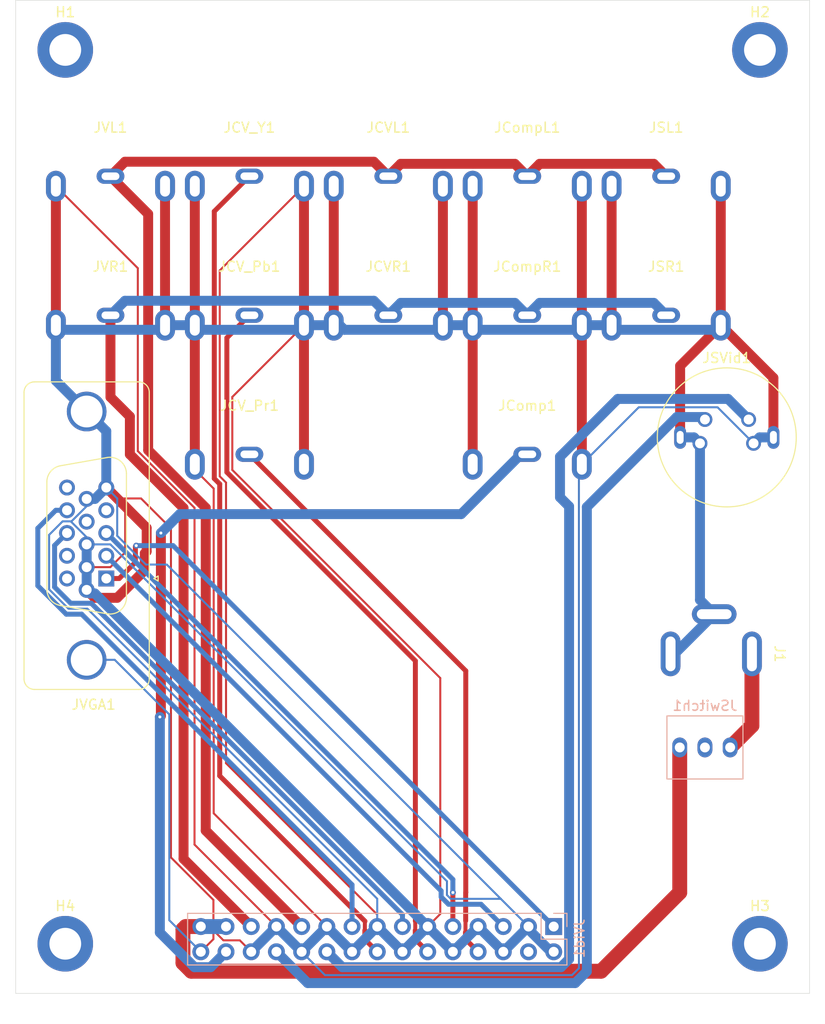
<source format=kicad_pcb>
(kicad_pcb (version 20240108) (generator "pcbnew") (generator_version "8.0")
  (layers (0 "F.Cu" signal) (31 "B.Cu" signal) (34 "B.Paste" user) (35 "F.Paste" user) (36 "B.SilkS" user "B.Silkscreen") (37 "F.SilkS" user "F.Silkscreen") (38 "B.Mask" user) (39 "F.Mask" user) (44 "Edge.Cuts" user))
  (net 0 "")
  (net 1 "Net-(JSwitch1-Pin_1)")
  (net 2 "GND")
  (net 3 "Net-(JCVL1-In)")
  (net 4 "Net-(JComp1-In)")
  (net 5 "Net-(JCVR1-In)")
  (net 6 "Net-(JCV_Pb1-In)")
  (net 7 "Net-(JCV_Pr1-In)")
  (net 8 "Net-(JCV_Y1-In)")
  (net 9 "Net-(JVid1-Pin_24)")
  (net 10 "Net-(JVid1-Pin_20)")
  (net 12 "+5V")
  (net 13 "Net-(JVid1-Pin_13)")
  (net 16 "Net-(JVid1-Pin_17)")
  (net 19 "Net-(JVid1-Pin_9)")
  (net 20 "Net-(JVid1-Pin_1)")
  (net 21 "Net-(JVid1-Pin_5)")
  (footprint "CheshBits:Vertical RCA (Altronics)" (layer "F.Cu") (at 79.19 45.43)
    (property "Reference" "JCV_Pb1" (at 0 -0.5 0) (layer "F.SilkS"))
    (property "Value" "RCA")
    (pad "1" thru_hole oval (at 0 4.4) (size 2.8 1.524) (drill oval 1.8 0.762) (layers "*.Cu" "*.Mask") (net 6 "Net-(JCV_Pb1-In)"))
    (pad "2" thru_hole oval (at -5.5 5.4) (size 2 3.1) (drill oval 1 2.1) (layers "*.Cu" "*.Mask") (net 2 "GND"))
    (pad "2" thru_hole oval (at 5.5 5.4) (size 2 3.1) (drill oval 1 2.1) (layers "*.Cu" "*.Mask") (net 2 "GND"))
  )
  (footprint "CheshBits:Vertical RCA (Altronics)" (layer "F.Cu") (at 107.19 59.43)
    (property "Reference" "JComp1" (at 0 -0.5 0) (layer "F.SilkS"))
    (property "Value" "RCA")
    (pad "1" thru_hole oval (at 0 4.4) (size 2.8 1.524) (drill oval 1.8 0.762) (layers "*.Cu" "*.Mask") (net 4 "Net-(JComp1-In)"))
    (pad "2" thru_hole oval (at -5.5 5.4) (size 2 3.1) (drill oval 1 2.1) (layers "*.Cu" "*.Mask") (net 2 "GND"))
    (pad "2" thru_hole oval (at 5.5 5.4) (size 2 3.1) (drill oval 1 2.1) (layers "*.Cu" "*.Mask") (net 2 "GND"))
  )
  (footprint "CheshBits:Vertical RCA (Altronics)" (layer "F.Cu") (at 65.19 45.43)
    (property "Reference" "JVR1" (at 0 -0.5 0) (layer "F.SilkS"))
    (property "Value" "RCA")
    (pad "1" thru_hole oval (at 0 4.4) (size 2.8 1.524) (drill oval 1.8 0.762) (layers "*.Cu" "*.Mask") (net 5 "Net-(JCVR1-In)"))
    (pad "2" thru_hole oval (at -5.5 5.4) (size 2 3.1) (drill oval 1 2.1) (layers "*.Cu" "*.Mask") (net 2 "GND"))
    (pad "2" thru_hole oval (at 5.5 5.4) (size 2 3.1) (drill oval 1 2.1) (layers "*.Cu" "*.Mask") (net 2 "GND"))
  )
  (footprint "MountingHole:MountingHole_3.2mm_M3_DIN965_Pad" (layer "F.Cu") (at 60.636 113.11)
    (property "Reference" "H4" (at 0 -3.8 0) (layer "F.SilkS"))
    (property "Value" "MountingHole_M3")
    (pad "1" thru_hole circle (at 0 0) (size 5.6 5.6) (drill 3.2) (layers "*.Cu" "*.Mask"))
  )
  (footprint "CheshBits:Vertical RCA (Altronics)" (layer "F.Cu") (at 79.19 59.43)
    (property "Reference" "JCV_Pr1" (at 0 -0.5 0) (layer "F.SilkS"))
    (property "Value" "RCA")
    (pad "1" thru_hole oval (at 0 4.4) (size 2.8 1.524) (drill oval 1.8 0.762) (layers "*.Cu" "*.Mask") (net 7 "Net-(JCV_Pr1-In)"))
    (pad "2" thru_hole oval (at -5.5 5.4) (size 2 3.1) (drill oval 1 2.1) (layers "*.Cu" "*.Mask") (net 2 "GND"))
    (pad "2" thru_hole oval (at 5.5 5.4) (size 2 3.1) (drill oval 1 2.1) (layers "*.Cu" "*.Mask") (net 2 "GND"))
  )
  (footprint "MountingHole:MountingHole_3.2mm_M3_DIN965_Pad" (layer "F.Cu") (at 130.636 23.11)
    (property "Reference" "H2" (at 0 -3.8 0) (layer "F.SilkS"))
    (property "Value" "MountingHole_M3")
    (pad "1" thru_hole circle (at 0 0) (size 5.6 5.6) (drill 3.2) (layers "*.Cu" "*.Mask"))
  )
  (footprint "CheshBits:Vertical RCA (Altronics)" (layer "F.Cu") (at 93.19 45.43)
    (property "Reference" "JCVR1" (at 0 -0.5 0) (layer "F.SilkS"))
    (property "Value" "RCA")
    (pad "1" thru_hole oval (at 0 4.4) (size 2.8 1.524) (drill oval 1.8 0.762) (layers "*.Cu" "*.Mask") (net 5 "Net-(JCVR1-In)"))
    (pad "2" thru_hole oval (at -5.5 5.4) (size 2 3.1) (drill oval 1 2.1) (layers "*.Cu" "*.Mask") (net 2 "GND"))
    (pad "2" thru_hole oval (at 5.5 5.4) (size 2 3.1) (drill oval 1 2.1) (layers "*.Cu" "*.Mask") (net 2 "GND"))
  )
  (footprint "CheshBits:Mini DIN 4 (Vertical)" (layer "F.Cu") (at 127.295 62.125)
    (property "Reference" "JSVid1" (at 0 -8 0) (layer "F.SilkS"))
    (property "Value" "Mini-DIN-4")
    (fp_circle (center 0 0) (end 7 0) (stroke (width 0.12)) (fill none) (layer "F.SilkS"))
    (pad "1" thru_hole circle (at 2.7 0.6) (size 1.5 1.5) (drill 1) (layers "*.Cu" "*.Mask") (net 2 "GND"))
    (pad "2" thru_hole circle (at -2.7 0.6) (size 1.5 1.5) (drill 1) (layers "*.Cu" "*.Mask") (net 2 "GND"))
    (pad "3" thru_hole circle (at 2.2 -1.8) (size 1.5 1.5) (drill 1) (layers "*.Cu" "*.Mask") (net 10 "Net-(JVid1-Pin_20)"))
    (pad "4" thru_hole circle (at -2.2 -1.8) (size 1.5 1.5) (drill 1) (layers "*.Cu" "*.Mask") (net 9 "Net-(JVid1-Pin_24)"))
    (pad "M" thru_hole oval (at -4.7 0) (size 1.2 2.3) (drill oval 0.7 1.3) (layers "*.Cu" "*.Mask") (net 2 "GND"))
    (pad "M" thru_hole oval (at 4.7 0) (size 1.2 2.3) (drill oval 0.7 1.3) (layers "*.Cu" "*.Mask") (net 2 "GND"))
  )
  (footprint "CheshBits:Vertical RCA (Altronics)" (layer "F.Cu") (at 121.19 45.43)
    (property "Reference" "JSR1" (at 0 -0.5 0) (layer "F.SilkS"))
    (property "Value" "RCA")
    (pad "1" thru_hole oval (at 0 4.4) (size 2.8 1.524) (drill oval 1.8 0.762) (layers "*.Cu" "*.Mask") (net 5 "Net-(JCVR1-In)"))
    (pad "2" thru_hole oval (at -5.5 5.4) (size 2 3.1) (drill oval 1 2.1) (layers "*.Cu" "*.Mask") (net 2 "GND"))
    (pad "2" thru_hole oval (at 5.5 5.4) (size 2 3.1) (drill oval 1 2.1) (layers "*.Cu" "*.Mask") (net 2 "GND"))
  )
  (footprint "CheshBits:Vertical RCA (Altronics)" (layer "F.Cu") (at 79.19 31.43)
    (property "Reference" "JCV_Y1" (at 0 -0.5 0) (layer "F.SilkS"))
    (property "Value" "RCA")
    (pad "1" thru_hole oval (at 0 4.4) (size 2.8 1.524) (drill oval 1.8 0.762) (layers "*.Cu" "*.Mask") (net 8 "Net-(JCV_Y1-In)"))
    (pad "2" thru_hole oval (at -5.5 5.4) (size 2 3.1) (drill oval 1 2.1) (layers "*.Cu" "*.Mask") (net 2 "GND"))
    (pad "2" thru_hole oval (at 5.5 5.4) (size 2 3.1) (drill oval 1 2.1) (layers "*.Cu" "*.Mask") (net 2 "GND"))
  )
  (footprint "CheshBits:Vertical RCA (Altronics)" (layer "F.Cu") (at 93.19 31.43)
    (property "Reference" "JCVL1" (at 0 -0.5 0) (layer "F.SilkS"))
    (property "Value" "RCA")
    (pad "1" thru_hole oval (at 0 4.4) (size 2.8 1.524) (drill oval 1.8 0.762) (layers "*.Cu" "*.Mask") (net 3 "Net-(JCVL1-In)"))
    (pad "2" thru_hole oval (at -5.5 5.4) (size 2 3.1) (drill oval 1 2.1) (layers "*.Cu" "*.Mask") (net 2 "GND"))
    (pad "2" thru_hole oval (at 5.5 5.4) (size 2 3.1) (drill oval 1 2.1) (layers "*.Cu" "*.Mask") (net 2 "GND"))
  )
  (footprint "CheshBits:Vertical RCA (Altronics)" (layer "F.Cu") (at 121.19 31.43)
    (property "Reference" "JSL1" (at 0 -0.5 0) (layer "F.SilkS"))
    (property "Value" "RCA")
    (pad "1" thru_hole oval (at 0 4.4) (size 2.8 1.524) (drill oval 1.8 0.762) (layers "*.Cu" "*.Mask") (net 3 "Net-(JCVL1-In)"))
    (pad "2" thru_hole oval (at -5.5 5.4) (size 2 3.1) (drill oval 1 2.1) (layers "*.Cu" "*.Mask") (net 2 "GND"))
    (pad "2" thru_hole oval (at 5.5 5.4) (size 2 3.1) (drill oval 1 2.1) (layers "*.Cu" "*.Mask") (net 2 "GND"))
  )
  (footprint "MountingHole:MountingHole_3.2mm_M3_DIN965_Pad" (layer "F.Cu") (at 60.636 23.11)
    (property "Reference" "H1" (at 0 -3.8 0) (layer "F.SilkS"))
    (property "Value" "MountingHole_M3")
    (pad "1" thru_hole circle (at 0 0) (size 5.6 5.6) (drill 3.2) (layers "*.Cu" "*.Mask"))
  )
  (footprint "CheshBits:Vertical RCA (Altronics)" (layer "F.Cu") (at 107.19 45.43)
    (property "Reference" "JCompR1" (at 0 -0.5 0) (layer "F.SilkS"))
    (property "Value" "RCA")
    (pad "1" thru_hole oval (at 0 4.4) (size 2.8 1.524) (drill oval 1.8 0.762) (layers "*.Cu" "*.Mask") (net 5 "Net-(JCVR1-In)"))
    (pad "2" thru_hole oval (at -5.5 5.4) (size 2 3.1) (drill oval 1 2.1) (layers "*.Cu" "*.Mask") (net 2 "GND"))
    (pad "2" thru_hole oval (at 5.5 5.4) (size 2 3.1) (drill oval 1 2.1) (layers "*.Cu" "*.Mask") (net 2 "GND"))
  )
  (footprint "MountingHole:MountingHole_3.2mm_M3_DIN965_Pad" (layer "F.Cu") (at 130.636 113.11)
    (property "Reference" "H3" (at 0 -3.8 0) (layer "F.SilkS"))
    (property "Value" "MountingHole_M3")
    (pad "1" thru_hole circle (at 0 0) (size 5.6 5.6) (drill 3.2) (layers "*.Cu" "*.Mask"))
  )
  (footprint "CheshBits:2.1mm Socket (Vertical)" (layer "F.Cu") (at 126.03 83.925 -90)
    (property "Reference" "J1" (at 0 -6.6 -90) (layer "F.SilkS"))
    (property "Value" "Barrel_Jack_Switch")
    (pad "1" thru_hole oval (at 0 -3.8) (size 2 4.5) (drill oval 1 3.5) (layers "*.Cu" "*.Mask") (net 1 "Net-(JSwitch1-Pin_1)"))
    (pad "2" thru_hole oval (at -4 0 90) (size 2 4.5) (drill oval 1 3.5) (layers "*.Cu" "*.Mask") (net 2 "GND"))
    (pad "3" thru_hole oval (at 0 4.4) (size 2 4.5) (drill oval 1 3.5) (layers "*.Cu" "*.Mask") (net 2 "GND"))
  )
  (footprint "CheshBits:PinHeader_2x15_P2.54mm_Horizontal_Reverse" (layer "F.Cu") (at 109.855 111.379 -90)
    (property "Reference" "JVid1" (at 1.2 -2.6 90) (layer "B.SilkS") (effects (justify mirror)))
    (property "Value" "Conn_02x15_Odd_Even")
    (fp_line (start -1.33 36.89) (end 3.87 36.89) (stroke (width 0.12)) (layer "B.SilkS"))
    (fp_line (start -1.33 1.27) (end -1.33 36.89) (stroke (width 0.12)) (layer "B.SilkS"))
    (fp_line (start -1.33 1.27) (end 1.27 1.27) (stroke (width 0.12)) (layer "B.SilkS"))
    (fp_line (start 1.27 1.27) (end 1.27 -1.33) (stroke (width 0.12)) (layer "B.SilkS"))
    (fp_line (start -1.33 0) (end -1.33 -1.33) (stroke (width 0.12)) (layer "B.SilkS"))
    (fp_line (start -1.33 -1.33) (end 0 -1.33) (stroke (width 0.12)) (layer "B.SilkS"))
    (fp_line (start 1.27 -1.33) (end 3.87 -1.33) (stroke (width 0.12)) (layer "B.SilkS"))
    (fp_line (start 3.87 -1.33) (end 3.87 36.89) (stroke (width 0.12)) (layer "B.SilkS"))
    (pad "1" thru_hole rect (at 0 0 270) (size 1.7 1.7) (drill 1) (layers "*.Cu" "*.Mask") (net 20 "Net-(JVid1-Pin_1)"))
    (pad "2" thru_hole oval (at 2.54 0 270) (size 1.7 1.7) (drill 1) (layers "*.Cu" "*.Mask") (net 2 "GND"))
    (pad "3" thru_hole oval (at 0 2.54 270) (size 1.7 1.7) (drill 1) (layers "*.Cu" "*.Mask") (net 2 "GND"))
    (pad "4" thru_hole oval (at 2.54 2.54 270) (size 1.7 1.7) (drill 1) (layers "*.Cu" "*.Mask"))
    (pad "5" thru_hole oval (at 0 5.08 270) (size 1.7 1.7) (drill 1) (layers "*.Cu" "*.Mask") (net 21 "Net-(JVid1-Pin_5)"))
    (pad "6" thru_hole oval (at 2.54 5.08 270) (size 1.7 1.7) (drill 1) (layers "*.Cu" "*.Mask") (net 2 "GND"))
    (pad "7" thru_hole oval (at 0 7.62 270) (size 1.7 1.7) (drill 1) (layers "*.Cu" "*.Mask") (net 2 "GND"))
    (pad "8" thru_hole oval (at 2.54 7.62 270) (size 1.7 1.7) (drill 1) (layers "*.Cu" "*.Mask") (net 7 "Net-(JCV_Pr1-In)"))
    (pad "9" thru_hole oval (at 0 10.16 270) (size 1.7 1.7) (drill 1) (layers "*.Cu" "*.Mask") (net 19 "Net-(JVid1-Pin_9)"))
    (pad "10" thru_hole oval (at 2.54 10.16 270) (size 1.7 1.7) (drill 1) (layers "*.Cu" "*.Mask") (net 2 "GND"))
    (pad "11" thru_hole oval (at 0 12.7 270) (size 1.7 1.7) (drill 1) (layers "*.Cu" "*.Mask") (net 2 "GND"))
    (pad "12" thru_hole oval (at 2.54 12.7 270) (size 1.7 1.7) (drill 1) (layers "*.Cu" "*.Mask") (net 6 "Net-(JCV_Pb1-In)"))
    (pad "13" thru_hole oval (at 0 15.24 270) (size 1.7 1.7) (drill 1) (layers "*.Cu" "*.Mask") (net 13 "Net-(JVid1-Pin_13)"))
    (pad "14" thru_hole oval (at 2.54 15.24 270) (size 1.7 1.7) (drill 1) (layers "*.Cu" "*.Mask") (net 2 "GND"))
    (pad "15" thru_hole oval (at 0 17.78 270) (size 1.7 1.7) (drill 1) (layers "*.Cu" "*.Mask") (net 2 "GND"))
    (pad "16" thru_hole oval (at 2.54 17.78 270) (size 1.7 1.7) (drill 1) (layers "*.Cu" "*.Mask") (net 8 "Net-(JCV_Y1-In)"))
    (pad "17" thru_hole oval (at 0 20.32 270) (size 1.7 1.7) (drill 1) (layers "*.Cu" "*.Mask") (net 16 "Net-(JVid1-Pin_17)"))
    (pad "18" thru_hole oval (at 2.54 20.32 270) (size 1.7 1.7) (drill 1) (layers "*.Cu" "*.Mask") (net 2 "GND"))
    (pad "19" thru_hole oval (at 0 22.86 270) (size 1.7 1.7) (drill 1) (layers "*.Cu" "*.Mask") (net 2 "GND"))
    (pad "20" thru_hole oval (at 2.54 22.86 270) (size 1.7 1.7) (drill 1) (layers "*.Cu" "*.Mask") (net 10 "Net-(JVid1-Pin_20)"))
    (pad "21" thru_hole oval (at 0 25.4 270) (size 1.7 1.7) (drill 1) (layers "*.Cu" "*.Mask") (net 3 "Net-(JCVL1-In)"))
    (pad "22" thru_hole oval (at 2.54 25.4 270) (size 1.7 1.7) (drill 1) (layers "*.Cu" "*.Mask") (net 2 "GND"))
    (pad "23" thru_hole oval (at 0 27.94 270) (size 1.7 1.7) (drill 1) (layers "*.Cu" "*.Mask") (net 2 "GND"))
    (pad "24" thru_hole oval (at 2.54 27.94 270) (size 1.7 1.7) (drill 1) (layers "*.Cu" "*.Mask") (net 9 "Net-(JVid1-Pin_24)"))
    (pad "25" thru_hole oval (at 0 30.48 270) (size 1.7 1.7) (drill 1) (layers "*.Cu" "*.Mask") (net 5 "Net-(JCVR1-In)"))
    (pad "26" thru_hole oval (at 2.54 30.48 270) (size 1.7 1.7) (drill 1) (layers "*.Cu" "*.Mask") (net 2 "GND"))
    (pad "27" thru_hole oval (at 0 33.02 270) (size 1.7 1.7) (drill 1) (layers "*.Cu" "*.Mask") (net 12 "+5V"))
    (pad "28" thru_hole oval (at 2.54 33.02 270) (size 1.7 1.7) (drill 1) (layers "*.Cu" "*.Mask") (net 4 "Net-(JComp1-In)"))
    (pad "29" thru_hole oval (at 0 35.56 270) (size 1.7 1.7) (drill 1) (layers "*.Cu" "*.Mask") (net 12 "+5V"))
    (pad "30" thru_hole oval (at 2.54 35.56 270) (size 1.7 1.7) (drill 1) (layers "*.Cu" "*.Mask") (net 2 "GND"))
  )
  (footprint "CheshBits:Vertical RCA (Altronics)" (layer "F.Cu") (at 107.19 31.43)
    (property "Reference" "JCompL1" (at 0 -0.5 0) (layer "F.SilkS"))
    (property "Value" "RCA")
    (pad "1" thru_hole oval (at 0 4.4) (size 2.8 1.524) (drill oval 1.8 0.762) (layers "*.Cu" "*.Mask") (net 3 "Net-(JCVL1-In)"))
    (pad "2" thru_hole oval (at -5.5 5.4) (size 2 3.1) (drill oval 1 2.1) (layers "*.Cu" "*.Mask") (net 2 "GND"))
    (pad "2" thru_hole oval (at 5.5 5.4) (size 2 3.1) (drill oval 1 2.1) (layers "*.Cu" "*.Mask") (net 2 "GND"))
  )
  (footprint "CheshBits:Vertical RCA (Altronics)" (layer "F.Cu") (at 65.19 31.43)
    (property "Reference" "JVL1" (at 0 -0.5 0) (layer "F.SilkS"))
    (property "Value" "RCA")
    (pad "1" thru_hole oval (at 0 4.4) (size 2.8 1.524) (drill oval 1.8 0.762) (layers "*.Cu" "*.Mask") (net 3 "Net-(JCVL1-In)"))
    (pad "2" thru_hole oval (at -5.5 5.4) (size 2 3.1) (drill oval 1 2.1) (layers "*.Cu" "*.Mask") (net 2 "GND"))
    (pad "2" thru_hole oval (at 5.5 5.4) (size 2 3.1) (drill oval 1 2.1) (layers "*.Cu" "*.Mask") (net 2 "GND"))
  )
  (footprint "Connector_Dsub:DSUB-15-HD_Female_Vertical_P2.29x1.98mm_MountingHoles" (layer "F.Cu") (at 64.77 76.335 -90)
    (property "Reference" "JVGA1" (at 12.7 1.27 360) (layer "F.SilkS"))
    (property "Value" "DB15_Female_HighDensity_MountingHoles")
    (fp_line (start 10.11 8.29) (end -18.74 8.29) (stroke (width 0.12)) (layer "F.SilkS"))
    (fp_line (start -19.8 7.23) (end -19.8 -3.27) (stroke (width 0.12)) (layer "F.SilkS"))
    (fp_line (start -9.717952 5.99) (end 1.087952 5.99) (stroke (width 0.12)) (layer "F.SilkS"))
    (fp_line (start -12.18147 -0.081744) (end -11.352733 4.618256) (stroke (width 0.12)) (layer "F.SilkS"))
    (fp_line (start 3.55147 -0.081744) (end 2.722733 4.618256) (stroke (width 0.12)) (layer "F.SilkS"))
    (fp_line (start -10.546689 -2.03) (end 1.916689 -2.03) (stroke (width 0.12)) (layer "F.SilkS"))
    (fp_line (start 11.17 -3.27) (end 11.17 7.23) (stroke (width 0.12)) (layer "F.SilkS"))
    (fp_line (start -18.74 -4.33) (end 10.11 -4.33) (stroke (width 0.12)) (layer "F.SilkS"))
    (fp_line (start 0 -4.791325) (end -0.25 -5.224338) (stroke (width 0.12)) (layer "F.SilkS"))
    (fp_line (start -0.25 -5.224338) (end 0.25 -5.224338) (stroke (width 0.12)) (layer "F.SilkS"))
    (fp_line (start 0.25 -5.224338) (end 0 -4.791325) (stroke (width 0.12)) (layer "F.SilkS"))
    (fp_arc (start -18.74 8.29) (mid -19.489533 7.979533) (end -19.8 7.23) (stroke (width 0.12)) (layer "F.SilkS"))
    (fp_arc (start 11.17 7.23) (mid 10.859533 7.979533) (end 10.11 8.29) (stroke (width 0.12)) (layer "F.SilkS"))
    (fp_arc (start -9.717952 5.99) (mid -10.78498 5.601634) (end -11.352733 4.618256) (stroke (width 0.12)) (layer "F.SilkS"))
    (fp_arc (start 2.722733 4.618256) (mid 2.15498 5.601634) (end 1.087952 5.99) (stroke (width 0.12)) (layer "F.SilkS"))
    (fp_arc (start -12.18147 -0.081744) (mid -11.818323 -1.437028) (end -10.546689 -2.03) (stroke (width 0.12)) (layer "F.SilkS"))
    (fp_arc (start 1.916689 -2.03) (mid 3.188324 -1.437028) (end 3.55147 -0.081744) (stroke (width 0.12)) (layer "F.SilkS"))
    (fp_arc (start -19.8 -3.27) (mid -19.489533 -4.019533) (end -18.74 -4.33) (stroke (width 0.12)) (layer "F.SilkS"))
    (fp_arc (start 10.11 -4.33) (mid 10.859533 -4.019533) (end 11.17 -3.27) (stroke (width 0.12)) (layer "F.SilkS"))
    (pad "0" thru_hole circle (at -16.815 1.98 270) (size 4 4) (drill 3.2) (layers "*.Cu" "*.Mask") (net 2 "GND"))
    (pad "0" thru_hole circle (at 8.185 1.98 270) (size 4 4) (drill 3.2) (layers "*.Cu" "*.Mask") (net 2 "GND"))
    (pad "1" thru_hole rect (at 0 0 270) (size 1.6 1.6) (drill 1) (layers "*.Cu" "*.Mask") (net 20 "Net-(JVid1-Pin_1)"))
    (pad "2" thru_hole circle (at -2.29 0 270) (size 1.6 1.6) (drill 1) (layers "*.Cu" "*.Mask") (net 21 "Net-(JVid1-Pin_5)"))
    (pad "3" thru_hole circle (at -4.58 0 270) (size 1.6 1.6) (drill 1) (layers "*.Cu" "*.Mask") (net 19 "Net-(JVid1-Pin_9)"))
    (pad "4" thru_hole circle (at -6.87 0 270) (size 1.6 1.6) (drill 1) (layers "*.Cu" "*.Mask"))
    (pad "5" thru_hole circle (at -9.16 0 270) (size 1.6 1.6) (drill 1) (layers "*.Cu" "*.Mask") (net 2 "GND"))
    (pad "6" thru_hole circle (at 1.145 1.98 270) (size 1.6 1.6) (drill 1) (layers "*.Cu" "*.Mask") (net 2 "GND"))
    (pad "7" thru_hole circle (at -1.145 1.98 270) (size 1.6 1.6) (drill 1) (layers "*.Cu" "*.Mask") (net 2 "GND"))
    (pad "8" thru_hole circle (at -3.435 1.98 270) (size 1.6 1.6) (drill 1) (layers "*.Cu" "*.Mask") (net 2 "GND"))
    (pad "9" thru_hole circle (at -5.725 1.98 270) (size 1.6 1.6) (drill 1) (layers "*.Cu" "*.Mask"))
    (pad "10" thru_hole circle (at -8.015 1.98 270) (size 1.6 1.6) (drill 1) (layers "*.Cu" "*.Mask") (net 2 "GND"))
    (pad "11" thru_hole circle (at 0 3.96 270) (size 1.6 1.6) (drill 1) (layers "*.Cu" "*.Mask"))
    (pad "12" thru_hole circle (at -2.29 3.96 270) (size 1.6 1.6) (drill 1) (layers "*.Cu" "*.Mask"))
    (pad "13" thru_hole circle (at -4.58 3.96 270) (size 1.6 1.6) (drill 1) (layers "*.Cu" "*.Mask") (net 13 "Net-(JVid1-Pin_13)"))
    (pad "14" thru_hole circle (at -6.87 3.96 270) (size 1.6 1.6) (drill 1) (layers "*.Cu" "*.Mask") (net 16 "Net-(JVid1-Pin_17)"))
    (pad "15" thru_hole circle (at -9.16 3.96 270) (size 1.6 1.6) (drill 1) (layers "*.Cu" "*.Mask"))
  )
  (footprint "CheshBits:Ouplin 2.54mm" (layer "B.Cu") (at 125.095 93.345 180)
    (property "Reference" "JSwitch1" (at 0 4.2 0) (layer "B.SilkS") (effects (justify mirror)))
    (property "Value" "Conn_01x03_Pin")
    (fp_rect (start -3.83 3.175) (end 3.83 -3.175) (stroke (width 0.12)) (fill none) (layer "B.SilkS"))
    (pad "1" thru_hole oval (at -2.54 0 90) (size 2 1.5) (drill 1) (layers "*.Cu" "*.Mask") (net 1 "Net-(JSwitch1-Pin_1)"))
    (pad "2" thru_hole oval (at 0 0 90) (size 2 1.5) (drill 1) (layers "*.Cu" "*.Mask"))
    (pad "3" thru_hole oval (at 2.54 0 90) (size 2 1.5) (drill 1) (layers "*.Cu" "*.Mask") (net 12 "+5V"))
  )
  (gr_rect (start 55.636 18.11) (end 135.636 118.11) (stroke (width 0.05)) (fill none) (layer "Edge.Cuts"))
  (segment (start 129.83 91.15) (end 127.635 93.345) (width 1.5) (layer "F.Cu") (net 1))
  (segment (start 129.83 83.925) (end 129.83 91.15) (width 1.5) (layer "F.Cu") (net 1))
  (segment (start 98.425 86.36) (end 98.425 110.109) (width 0.2) (layer "F.Cu") (net 2))
  (segment (start 76.835 94.936919) (end 92.075 110.176919) (width 0.2) (layer "F.Cu") (net 2))
  (segment (start 71.285 71.285) (end 71.285 104.42037) (width 0.2) (layer "F.Cu") (net 2))
  (segment (start 68.837537 71.242537) (end 64.77 67.175) (width 1) (layer "F.Cu") (net 2))
  (segment (start 77.47 65.405) (end 98.425 86.36) (width 0.2) (layer "F.Cu") (net 2))
  (segment (start 70.69 36.83) (end 70.69 50.83) (width 1) (layer "F.Cu") (net 2))
  (segment (start 65.87 68.275) (end 68.275 68.275) (width 0.2) (layer "F.Cu") (net 2))
  (segment (start 75.565 111.76) (end 75.565 112.649) (width 0.2) (layer "F.Cu") (net 2))
  (segment (start 62.79 75.19) (end 65.180635 75.19) (width 0.2) (layer "F.Cu") (net 2))
  (segment (start 64.77 67.175) (end 65.87 68.275) (width 0.2) (layer "F.Cu") (net 2))
  (segment (start 73.66 103.124) (end 81.915 111.379) (width 0.2) (layer "F.Cu") (net 2))
  (segment (start 63.589999 78.279999) (end 65.865001 78.279999) (width 1) (layer "F.Cu") (net 2))
  (segment (start 75.59 99.974) (end 86.995 111.379) (width 0.2) (layer "F.Cu") (net 2))
  (segment (start 76.2 45.32) (end 76.2 66.04) (width 0.2) (layer "F.Cu") (net 2))
  (segment (start 59.69 36.83) (end 59.69 50.83) (width 1) (layer "F.Cu") (net 2))
  (segment (start 98.69 36.83) (end 98.69 50.83) (width 1) (layer "F.Cu") (net 2))
  (segment (start 76.835 66.675) (end 76.835 94.936919) (width 0.2) (layer "F.Cu") (net 2))
  (segment (start 73.69 65.38) (end 75.59 67.28) (width 0.2) (layer "F.Cu") (net 2))
  (segment (start 131.995 56.135) (end 131.995 62.125) (width 1) (layer "F.Cu") (net 2))
  (segment (start 75.565 112.649) (end 74.295 113.919) (width 0.2) (layer "F.Cu") (net 2))
  (segment (start 71.285 104.42037) (end 75.565 108.70037) (width 0.2) (layer "F.Cu") (net 2))
  (segment (start 75.565 111.76) (end 76.574 112.769) (width 0.2) (layer "F.Cu") (net 2))
  (segment (start 66.675 73.695635) (end 66.675 69.08) (width 0.2) (layer "F.Cu") (net 2))
  (segment (start 76.574 112.769) (end 78.225 112.769) (width 0.2) (layer "F.Cu") (net 2))
  (segment (start 92.075 110.176919) (end 92.075 111.379) (width 0.2) (layer "F.Cu") (net 2))
  (segment (start 68.65 75.495) (end 68.65 73.797944) (width 1) (layer "F.Cu") (net 2))
  (segment (start 68.837537 73.610407) (end 68.837537 71.242537) (width 1) (layer "F.Cu") (net 2))
  (segment (start 65.865001 78.279999) (end 68.65 75.495) (width 1) (layer "F.Cu") (net 2))
  (segment (start 101.69 50.83) (end 101.69 64.83) (width 1) (layer "F.Cu") (net 2))
  (segment (start 101.69 36.83) (end 101.69 50.83) (width 1) (layer "F.Cu") (net 2))
  (segment (start 84.69 50.83) (end 84.69 64.83) (width 1) (layer "F.Cu") (net 2))
  (segment (start 73.69 64.83) (end 73.69 65.38) (width 0.2) (layer "F.Cu") (net 2))
  (segment (start 62.79 77.48) (end 63.589999 78.279999) (width 1) (layer "F.Cu") (net 2))
  (segment (start 84.69 50.83) (end 77.47 58.05) (width 0.2) (layer "F.Cu") (net 2))
  (segment (start 73.66 69.215) (end 73.66 103.124) (width 0.2) (layer "F.Cu") (net 2))
  (segment (start 126.69 50.83) (end 122.595 54.925) (width 1) (layer "F.Cu") (net 2))
  (segment (start 84.69 36.83) (end 76.2 45.32) (width 0.2) (layer "F.Cu") (net 2))
  (segment (start 98.425 110.109) (end 97.155 111.379) (width 0.2) (layer "F.Cu") (net 2))
  (segment (start 73.69 50.83) (end 73.69 64.83) (width 1) (layer "F.Cu") (net 2))
  (segment (start 77.47 58.05) (end 77.47 65.405) (width 0.2) (layer "F.Cu") (net 2))
  (segment (start 75.565 108.70037) (end 75.565 111.76) (width 0.2) (layer "F.Cu") (net 2))
  (segment (start 112.69 36.83) (end 112.69 50.83) (width 1) (layer "F.Cu") (net 2))
  (segment (start 87.69 36.83) (end 87.69 50.83) (width 1) (layer "F.Cu") (net 2))
  (segment (start 126.69 50.83) (end 131.995 56.135) (width 1) (layer "F.Cu") (net 2))
  (segment (start 67.945 63.5) (end 73.66 69.215) (width 0.2) (layer "F.Cu") (net 2))
  (segment (start 115.69 36.83) (end 115.69 50.83) (width 1) (layer "F.Cu") (net 2))
  (segment (start 112.69 50.83) (end 112.69 64.83) (width 1) (layer "F.Cu") (net 2))
  (segment (start 76.2 66.04) (end 76.835 66.675) (width 0.2) (layer "F.Cu") (net 2))
  (segment (start 59.69 36.83) (end 67.945 45.085) (width 0.2) (layer "F.Cu") (net 2))
  (segment (start 78.225 112.769) (end 79.375 113.919) (width 0.2) (layer "F.Cu") (net 2))
  (segment (start 68.65 73.797944) (end 68.837537 73.610407) (width 1) (layer "F.Cu") (net 2))
  (segment (start 66.675 69.08) (end 64.77 67.175) (width 0.2) (layer "F.Cu") (net 2))
  (segment (start 84.69 36.83) (end 84.69 50.83) (width 1) (layer "F.Cu") (net 2))
  (segment (start 67.945 45.085) (end 67.945 63.5) (width 0.2) (layer "F.Cu") (net 2))
  (segment (start 68.275 68.275) (end 71.285 71.285) (width 0.2) (layer "F.Cu") (net 2))
  (segment (start 73.69 36.83) (end 73.69 50.83) (width 1) (layer "F.Cu") (net 2))
  (segment (start 75.59 67.28) (end 75.59 99.974) (width 0.2) (layer "F.Cu") (net 2))
  (segment (start 65.180635 75.19) (end 66.675 73.695635) (width 0.2) (layer "F.Cu") (net 2))
  (segment (start 122.595 54.925) (end 122.595 62.125) (width 1) (layer "F.Cu") (net 2))
  (segment (start 126.69 36.83) (end 126.69 50.83) (width 1) (layer "F.Cu") (net 2))
  (segment (start 98.228 51.292) (end 98.69 50.83) (width 1) (layer "B.Cu") (net 2))
  (segment (start 73.69 50.83) (end 74.152 51.292) (width 1) (layer "B.Cu") (net 2))
  (segment (start 59.69 50.83) (end 60.152 51.292) (width 1) (layer "B.Cu") (net 2))
  (segment (start 101.69 50.83) (end 102.152 51.292) (width 1) (layer "B.Cu") (net 2))
  (segment (start 84.69 50.83) (end 87.69 50.83) (width 1) (layer "B.Cu") (net 2))
  (segment (start 59.69 56.42) (end 62.79 59.52) (width 1) (layer "B.Cu") (net 2))
  (segment (start 65.618427 84.52) (end 62.79 84.52) (width 0.2) (layer "B.Cu") (net 2))
  (segment (start 59.01 71.936825) (end 59.01 77.425) (width 0.2) (layer "B.Cu") (net 2))
  (segment (start 104.521 108.585) (end 107.315 111.379) (width 0.2) (layer "B.Cu") (net 2))
  (segment (start 62.79 68.32) (end 62.79 69.054365) (width 0.2) (layer "B.Cu") (net 2))
  (segment (start 63.625 68.32) (end 64.77 67.175) (width 1) (layer "B.Cu") (net 2))
  (segment (start 61.265635 70.57873) (end 60.368095 70.57873) (width 0.2) (layer "B.Cu") (net 2))
  (segment (start 64.77 67.175) (end 65.87 68.275) (width 0.2) (layer "B.Cu") (net 2))
  (segment (start 115.69 50.83) (end 116.152 51.292) (width 1) (layer "B.Cu") (net 2))
  (segment (start 109.575 113.919) (end 109.855 113.919) (width 1) (layer "B.Cu") (net 2))
  (segment (start 121.63 83.925) (end 122.03 83.925) (width 1) (layer "B.Cu") (net 2))
  (segment (start 62.79 72.9) (end 65.180635 72.9) (width 0.2) (layer "B.Cu") (net 2))
  (segment (start 86.805 116.269) (end 84.455 113.919) (width 0.2) (layer "B.Cu") (net 2))
  (segment (start 107.315 111.379) (end 107.315 111.659) (width 1) (layer "B.Cu") (net 2))
  (segment (start 98.69 50.83) (end 101.69 50.83) (width 1) (layer "B.Cu") (net 2))
  (segment (start 129.995 62.725) (end 126.365 59.095) (width 0.2) (layer "B.Cu") (net 2))
  (segment (start 65.180635 72.9) (end 99.095 106.814365) (width 0.2) (layer "B.Cu") (net 2))
  (segment (start 87.69 50.83) (end 88.295 50.83) (width 1) (layer "B.Cu") (net 2))
  (segment (start 70.228 51.292) (end 70.69 50.83) (width 1) (layer "B.Cu") (net 2))
  (segment (start 130.595 62.125) (end 129.995 62.725) (width 1) (layer "B.Cu") (net 2))
  (segment (start 63.611 77.835) (end 97.155 111.379) (width 1) (layer "B.Cu") (net 2))
  (segment (start 112.69 64.83) (end 112.395 65.125) (width 0.2) (layer "B.Cu") (net 2))
  (segment (start 124.595 78.49) (end 126.03 79.925) (width 1) (layer "B.Cu") (net 2))
  (segment (start 62.79 68.32) (end 63.625 68.32) (width 1) (layer "B.Cu") (net 2))
  (segment (start 112.395 115.57) (end 111.696 116.269) (width 0.2) (layer "B.Cu") (net 2))
  (segment (start 131.995 62.125) (end 130.595 62.125) (width 1) (layer "B.Cu") (net 2))
  (segment (start 84.455 113.919) (end 86.995 111.379) (width 1) (layer "B.Cu") (net 2))
  (segment (start 81.915 111.379) (end 84.455 113.919) (width 1) (layer "B.Cu") (net 2))
  (segment (start 97.155 111.379) (end 99.695 113.919) (width 1) (layer "B.Cu") (net 2))
  (segment (start 62.79 77.48) (end 63.145 77.835) (width 1) (layer "B.Cu") (net 2))
  (segment (start 118.425 59.095) (end 112.69 64.83) (width 0.2) (layer "B.Cu") (net 2))
  (segment (start 102.152 51.292) (end 112.228 51.292) (width 1) (layer "B.Cu") (net 2))
  (segment (start 62.865 79.375) (end 92.075 108.585) (width 0.2) (layer "B.Cu") (net 2))
  (segment (start 68.766271 74.93) (end 70.866 74.93) (width 0.2) (layer "B.Cu") (net 2))
  (segment (start 126.228 51.292) (end 126.69 50.83) (width 1) (layer "B.Cu") (net 2))
  (segment (start 61.265635 70.57873) (end 61.265635 70.655) (width 0.2) (layer "B.Cu") (net 2))
  (segment (start 74.152 51.292) (end 84.228 51.292) (width 1) (layer "B.Cu") (net 2))
  (segment (start 86.995 111.379) (end 89.535 113.919) (width 1) (layer "B.Cu") (net 2))
  (segment (start 107.315 111.659) (end 109.575 113.919) (width 1) (layer "B.Cu") (net 2))
  (segment (start 116.152 51.292) (end 126.228 51.292) (width 1) (layer "B.Cu") (net 2))
  (segment (start 99.695 113.919) (end 102.235 111.379) (width 1) (layer "B.Cu") (net 2))
  (segment (start 65.87 68.275) (end 65.87 72.033729) (width 0.2) (layer "B.Cu") (net 2))
  (segment (start 60.152 51.292) (end 70.228 51.292) (width 1) (layer "B.Cu") (net 2))
  (segment (start 65.87 72.033729) (end 68.766271 74.93) (width 0.2) (layer "B.Cu") (net 2))
  (segment (start 59.69 50.83) (end 59.69 56.42) (width 1) (layer "B.Cu") (net 2))
  (segment (start 102.235 111.379) (end 104.775 113.919) (width 1) (layer "B.Cu") (net 2))
  (segment (start 74.295 113.919) (end 71.12 110.744) (width 0.2) (layer "B.Cu") (net 2))
  (segment (start 89.535 113.919) (end 92.075 111.379) (width 1) (layer "B.Cu") (net 2))
  (segment (start 70.866 74.93) (end 104.521 108.585) (width 0.2) (layer "B.Cu") (net 2))
  (segment (start 60.368095 70.57873) (end 59.01 71.936825) (width 0.2) (layer "B.Cu") (net 2))
  (segment (start 112.395 65.125) (end 112.395 115.57) (width 0.2) (layer "B.Cu") (net 2))
  (segment (start 88.757 51.292) (end 98.228 51.292) (width 1) (layer "B.Cu") (net 2))
  (segment (start 99.095 106.814365) (end 99.095 108.198529) (width 0.2) (layer "B.Cu") (net 2))
  (segment (start 111.696 116.269) (end 86.805 116.269) (width 0.2) (layer "B.Cu") (net 2))
  (segment (start 62.79 69.054365) (end 61.265635 70.57873) (width 0.2) (layer "B.Cu") (net 2))
  (segment (start 62.79 72.179365) (end 62.79 72.9) (width 0.2) (layer "B.Cu") (net 2))
  (segment (start 60.96 79.375) (end 62.865 79.375) (width 0.2) (layer "B.Cu") (net 2))
  (segment (start 99.095 108.198529) (end 99.481471 108.585) (width 0.2) (layer "B.Cu") (net 2))
  (segment (start 92.075 111.379) (end 94.615 113.919) (width 1) (layer "B.Cu") (net 2))
  (segment (start 92.075 108.585) (end 92.075 111.379) (width 0.2) (layer "B.Cu") (net 2))
  (segment (start 62.79 72.9) (end 62.79 77.48) (width 1) (layer "B.Cu") (net 2))
  (segment (start 71.12 90.021573) (end 65.618427 84.52) (width 0.2) (layer "B.Cu") (net 2))
  (segment (start 126.365 59.095) (end 118.425 59.095) (width 0.2) (layer "B.Cu") (net 2))
  (segment (start 64.77 61.5) (end 62.79 59.52) (width 1) (layer "B.Cu") (net 2))
  (segment (start 64.77 67.175) (end 64.77 61.5) (width 1) (layer "B.Cu") (net 2))
  (segment (start 124.595 62.725) (end 124.595 78.49) (width 1) (layer "B.Cu") (net 2))
  (segment (start 112.228 51.292) (end 112.69 50.83) (width 1) (layer "B.Cu") (net 2))
  (segment (start 84.228 51.292) (end 84.69 50.83) (width 1) (layer "B.Cu") (net 2))
  (segment (start 123.995 62.125) (end 124.595 62.725) (width 1) (layer "B.Cu") (net 2))
  (segment (start 122.595 62.125) (end 123.995 62.125) (width 1) (layer "B.Cu") (net 2))
  (segment (start 61.265635 70.655) (end 62.79 72.179365) (width 0.2) (layer "B.Cu") (net 2))
  (segment (start 88.295 50.83) (end 88.757 51.292) (width 1) (layer "B.Cu") (net 2))
  (segment (start 79.375 113.919) (end 81.915 111.379) (width 1) (layer "B.Cu") (net 2))
  (segment (start 59.01 77.425) (end 60.96 79.375) (width 0.2) (layer "B.Cu") (net 2))
  (segment (start 104.775 113.919) (end 107.315 111.379) (width 1) (layer "B.Cu") (net 2))
  (segment (start 112.69 50.83) (end 115.69 50.83) (width 1) (layer "B.Cu") (net 2))
  (segment (start 70.69 50.83) (end 73.69 50.83) (width 1) (layer "B.Cu") (net 2))
  (segment (start 71.12 110.744) (end 71.12 90.021573) (width 0.2) (layer "B.Cu") (net 2))
  (segment (start 94.615 113.919) (end 97.155 111.379) (width 1) (layer "B.Cu") (net 2))
  (segment (start 99.481471 108.585) (end 104.521 108.585) (width 0.2) (layer "B.Cu") (net 2))
  (segment (start 122.03 83.925) (end 126.03 79.925) (width 1) (layer "B.Cu") (net 2))
  (segment (start 63.145 77.835) (end 63.611 77.835) (width 1) (layer "B.Cu") (net 2))
  (segment (start 94.44 34.58) (end 105.94 34.58) (width 1) (layer "F.Cu") (net 3))
  (segment (start 93.19 35.83) (end 94.44 34.58) (width 1) (layer "F.Cu") (net 3))
  (segment (start 74.79 69.21363) (end 74.79 101.714) (width 1) (layer "F.Cu") (net 3))
  (segment (start 91.728 34.368) (end 93.19 35.83) (width 1) (layer "F.Cu") (net 3))
  (segment (start 68.99 63.41363) (end 74.79 69.21363) (width 1) (layer "F.Cu") (net 3))
  (segment (start 105.94 34.58) (end 107.19 35.83) (width 1) (layer "F.Cu") (net 3))
  (segment (start 119.94 34.58) (end 121.19 35.83) (width 1) (layer "F.Cu") (net 3))
  (segment (start 108.44 34.58) (end 119.94 34.58) (width 1) (layer "F.Cu") (net 3))
  (segment (start 66.652 34.368) (end 91.728 34.368) (width 1) (layer "F.Cu") (net 3))
  (segment (start 107.19 35.83) (end 108.44 34.58) (width 1) (layer "F.Cu") (net 3))
  (segment (start 65.19 35.83) (end 66.652 34.368) (width 1) (layer "F.Cu") (net 3))
  (segment (start 74.79 101.714) (end 84.455 111.379) (width 1) (layer "F.Cu") (net 3))
  (segment (start 68.99 39.63) (end 68.99 63.41363) (width 1) (layer "F.Cu") (net 3))
  (segment (start 65.19 35.83) (end 68.99 39.63) (width 1) (layer "F.Cu") (net 3))
  (segment (start 70.27 71.755) (end 70.27 90.17) (width 1) (layer "F.Cu") (net 4))
  (segment (start 70.27 90.17) (end 70.168172 90.271828) (width 1) (layer "F.Cu") (net 4))
  (via (at 70.27 71.755) (size 0.6) (drill 0.3) (layers "F.Cu" "B.Cu") (net 4))
  (via (at 70.168172 90.271828) (size 0.6) (drill 0.3) (layers "F.Cu" "B.Cu") (net 4))
  (segment (start 70.168172 111.984204) (end 70.168172 90.271828) (width 1) (layer "B.Cu") (net 4))
  (segment (start 107.19 63.83) (end 106.552 63.83) (width 1) (layer "B.Cu") (net 4))
  (segment (start 106.552 63.83) (end 100.532 69.85) (width 1) (layer "B.Cu") (net 4))
  (segment (start 72.175 69.85) (end 70.27 71.755) (width 1) (layer "B.Cu") (net 4))
  (segment (start 75.285 115.469) (end 73.652968 115.469) (width 1) (layer "B.Cu") (net 4))
  (segment (start 73.652968 115.469) (end 70.168172 111.984204) (width 1) (layer "B.Cu") (net 4))
  (segment (start 100.532 69.85) (end 72.175 69.85) (width 1) (layer "B.Cu") (net 4))
  (segment (start 76.835 113.919) (end 75.285 115.469) (width 1) (layer "B.Cu") (net 4))
  (segment (start 67.145 60.021371) (end 67.145 63.831371) (width 1) (layer "F.Cu") (net 5))
  (segment (start 67.145 63.831371) (end 72.555 69.241371) (width 1) (layer "F.Cu") (net 5))
  (segment (start 65.19 49.83) (end 65.19 58.066371) (width 1) (layer "F.Cu") (net 5))
  (segment (start 72.555 69.241371) (end 72.555 104.559) (width 1) (layer "F.Cu") (net 5))
  (segment (start 65.19 58.066371) (end 67.145 60.021371) (width 1) (layer "F.Cu") (net 5))
  (segment (start 72.555 104.559) (end 79.375 111.379) (width 1) (layer "F.Cu") (net 5))
  (segment (start 108.44 48.58) (end 119.94 48.58) (width 1) (layer "B.Cu") (net 5))
  (segment (start 65.19 49.83) (end 66.652 48.368) (width 1) (layer "B.Cu") (net 5))
  (segment (start 105.94 48.58) (end 107.19 49.83) (width 1) (layer "B.Cu") (net 5))
  (segment (start 91.728 48.368) (end 93.19 49.83) (width 1) (layer "B.Cu") (net 5))
  (segment (start 66.652 48.368) (end 91.728 48.368) (width 1) (layer "B.Cu") (net 5))
  (segment (start 119.94 48.58) (end 121.19 49.83) (width 1) (layer "B.Cu") (net 5))
  (segment (start 93.19 49.83) (end 94.44 48.58) (width 1) (layer "B.Cu") (net 5))
  (segment (start 107.19 49.83) (end 108.44 48.58) (width 1) (layer "B.Cu") (net 5))
  (segment (start 94.44 48.58) (end 105.94 48.58) (width 1) (layer "B.Cu") (net 5))
  (segment (start 76.92 65.632817) (end 95.915 84.627817) (width 0.5) (layer "F.Cu") (net 6))
  (segment (start 95.905 110.850522) (end 95.905 111.76) (width 0.4) (layer "F.Cu") (net 6))
  (segment (start 76.92 52.1) (end 76.92 65.632817) (width 0.5) (layer "F.Cu") (net 6))
  (segment (start 95.915 84.627817) (end 95.915 110.840522) (width 0.5) (layer "F.Cu") (net 6))
  (segment (start 95.905 112.669) (end 95.905 111.76) (width 0.5) (layer "F.Cu") (net 6))
  (segment (start 97.155 113.919) (end 95.905 112.669) (width 0.5) (layer "F.Cu") (net 6))
  (segment (start 95.915 110.840522) (end 95.905 110.850522) (width 0.4) (layer "F.Cu") (net 6))
  (segment (start 79.19 49.83) (end 76.92 52.1) (width 0.5) (layer "F.Cu") (net 6))
  (segment (start 100.985 107.95) (end 100.985 110.790522) (width 0.5) (layer "F.Cu") (net 7))
  (segment (start 100.985 112.669) (end 102.235 113.919) (width 0.4) (layer "F.Cu") (net 7))
  (segment (start 100.965 110.810522) (end 100.985 110.790522) (width 0.4) (layer "F.Cu") (net 7))
  (segment (start 100.965 112.649) (end 100.965 111.947478) (width 0.5) (layer "F.Cu") (net 7))
  (segment (start 79.19 63.83) (end 100.995 85.635) (width 0.5) (layer "F.Cu") (net 7))
  (segment (start 102.235 113.919) (end 100.965 112.649) (width 0.5) (layer "F.Cu") (net 7))
  (segment (start 100.995 107.94) (end 100.985 107.95) (width 0.5) (layer "F.Cu") (net 7))
  (segment (start 100.965 111.947478) (end 100.965 110.810522) (width 0.4) (layer "F.Cu") (net 7))
  (segment (start 100.995 85.635) (end 100.995 107.94) (width 0.5) (layer "F.Cu") (net 7))
  (segment (start 75.65 66.267818) (end 76.2 66.817818) (width 0.5) (layer "F.Cu") (net 8))
  (segment (start 75.65 39.37) (end 75.65 66.267818) (width 0.5) (layer "F.Cu") (net 8))
  (segment (start 92.075 113.919) (end 90.825 112.669) (width 0.5) (layer "F.Cu") (net 8))
  (segment (start 76.2 96.205522) (end 90.835 110.840522) (width 0.5) (layer "F.Cu") (net 8))
  (segment (start 90.835 110.840522) (end 90.825 110.830522) (width 0.4) (layer "F.Cu") (net 8))
  (segment (start 90.825 112.669) (end 90.825 111.76) (width 0.5) (layer "F.Cu") (net 8))
  (segment (start 90.825 110.830522) (end 90.825 111.76) (width 0.4) (layer "F.Cu") (net 8))
  (segment (start 79.19 35.83) (end 75.65 39.37) (width 0.5) (layer "F.Cu") (net 8))
  (segment (start 76.2 66.817818) (end 76.2 96.205522) (width 0.5) (layer "F.Cu") (net 8))
  (segment (start 122.256522 60.075) (end 113.195 69.136522) (width 1) (layer "B.Cu") (net 9))
  (segment (start 113.195 115.901371) (end 112.027371 117.069) (width 1) (layer "B.Cu") (net 9))
  (segment (start 125.095 60.325) (end 124.845 60.075) (width 1) (layer "B.Cu") (net 9))
  (segment (start 113.195 69.136522) (end 113.195 115.901371) (width 1) (layer "B.Cu") (net 9))
  (segment (start 85.065 117.069) (end 81.915 113.919) (width 1) (layer "B.Cu") (net 9))
  (segment (start 124.845 60.075) (end 122.256522 60.075) (width 1) (layer "B.Cu") (net 9))
  (segment (start 112.027371 117.069) (end 85.065 117.069) (width 1) (layer "B.Cu") (net 9))
  (segment (start 110.591 115.469) (end 88.545 115.469) (width 1) (layer "B.Cu") (net 10))
  (segment (start 110.49 64.075837) (end 110.49 68.158629) (width 1) (layer "B.Cu") (net 10))
  (segment (start 111.405 114.655) (end 110.591 115.469) (width 1) (layer "B.Cu") (net 10))
  (segment (start 129.495 60.325) (end 127.425 58.255) (width 1) (layer "B.Cu") (net 10))
  (segment (start 110.49 68.158629) (end 111.405 69.073629) (width 1) (layer "B.Cu") (net 10))
  (segment (start 127.425 58.255) (end 116.310837 58.255) (width 1) (layer "B.Cu") (net 10))
  (segment (start 88.545 115.469) (end 86.995 113.919) (width 1) (layer "B.Cu") (net 10))
  (segment (start 111.405 69.073629) (end 111.405 114.655) (width 1) (layer "B.Cu") (net 10))
  (segment (start 116.310837 58.255) (end 110.49 64.075837) (width 1) (layer "B.Cu") (net 10))
  (segment (start 72.495 115.04) (end 72.495 111.655) (width 1.5) (layer "F.Cu") (net 12))
  (segment (start 122.555 93.345) (end 122.555 107.95) (width 1.5) (layer "F.Cu") (net 12))
  (segment (start 114.627849 115.877151) (end 73.332151 115.877151) (width 1.5) (layer "F.Cu") (net 12))
  (segment (start 72.495 111.655) (end 72.771 111.379) (width 1.5) (layer "F.Cu") (net 12))
  (segment (start 72.771 111.379) (end 74.295 111.379) (width 1.5) (layer "F.Cu") (net 12))
  (segment (start 122.555 107.95) (end 114.627849 115.877151) (width 1.5) (layer "F.Cu") (net 12))
  (segment (start 73.332151 115.877151) (end 72.495 115.04) (width 1.5) (layer "F.Cu") (net 12))
  (segment (start 76.835 111.379) (end 74.295 111.379) (width 1.5) (layer "B.Cu") (net 12))
  (segment (start 60.81 71.755) (end 59.56 73.005) (width 0.5) (layer "B.Cu") (net 13))
  (segment (start 59.56 77.197182) (end 61.187818 78.825) (width 0.5) (layer "B.Cu") (net 13))
  (segment (start 61.187818 78.825) (end 63.257498 78.825) (width 0.5) (layer "B.Cu") (net 13))
  (segment (start 59.56 73.005) (end 59.56 77.197182) (width 0.5) (layer "B.Cu") (net 13))
  (segment (start 63.257498 78.825) (end 94.615 110.182502) (width 0.5) (layer "B.Cu") (net 13))
  (segment (start 94.615 110.182502) (end 94.615 111.379) (width 0.5) (layer "B.Cu") (net 13))
  (segment (start 60.81 69.465) (end 59.67863 69.465) (width 0.5) (layer "B.Cu") (net 16))
  (segment (start 89.535 107.172182) (end 89.535 111.379) (width 0.5) (layer "B.Cu") (net 16))
  (segment (start 60.732182 79.925) (end 62.287818 79.925) (width 0.5) (layer "B.Cu") (net 16))
  (segment (start 57.87 77.062818) (end 60.732182 79.925) (width 0.5) (layer "B.Cu") (net 16))
  (segment (start 59.67863 69.465) (end 57.87 71.27363) (width 0.5) (layer "B.Cu") (net 16))
  (segment (start 57.87 71.27363) (end 57.87 77.062818) (width 0.5) (layer "B.Cu") (net 16))
  (segment (start 62.287818 79.925) (end 89.535 107.172182) (width 0.5) (layer "B.Cu") (net 16))
  (segment (start 99.695 107.95) (end 99.695 111.379) (width 0.5) (layer "F.Cu") (net 19))
  (via (at 99.695 107.95) (size 0.6) (drill 0.3) (layers "F.Cu" "B.Cu") (net 19))
  (segment (start 99.695 106.636547) (end 99.695 107.95) (width 0.5) (layer "B.Cu") (net 19))
  (segment (start 64.77 71.755) (end 64.813453 71.755) (width 0.5) (layer "B.Cu") (net 19))
  (segment (start 64.813453 71.755) (end 99.695 106.636547) (width 0.5) (layer "B.Cu") (net 19))
  (segment (start 64.77 76.335) (end 66.07 76.335) (width 0.5) (layer "F.Cu") (net 20))
  (segment (start 67.7 73.112537) (end 67.787537 73.025) (width 0.5) (layer "F.Cu") (net 20))
  (segment (start 66.07 76.335) (end 67.7 74.705) (width 0.5) (layer "F.Cu") (net 20))
  (segment (start 67.7 74.705) (end 67.7 73.112537) (width 0.5) (layer "F.Cu") (net 20))
  (via (at 67.787537 73.025) (size 0.6) (drill 0.3) (layers "F.Cu" "B.Cu") (net 20))
  (segment (start 109.855 111.379) (end 71.501 73.025) (width 0.5) (layer "B.Cu") (net 20))
  (segment (start 71.501 73.025) (end 67.787537 73.025) (width 0.5) (layer "B.Cu") (net 20))
  (segment (start 64.77 74.045) (end 98.51 107.785) (width 0.5) (layer "B.Cu") (net 21))
  (segment (start 98.51 108.391347) (end 99.253653 109.135) (width 0.5) (layer "B.Cu") (net 21))
  (segment (start 102.531 109.135) (end 104.775 111.379) (width 0.5) (layer "B.Cu") (net 21))
  (segment (start 98.51 107.785) (end 98.51 108.391347) (width 0.5) (layer "B.Cu") (net 21))
  (segment (start 99.253653 109.135) (end 102.531 109.135) (width 0.5) (layer "B.Cu") (net 21))
)
</source>
